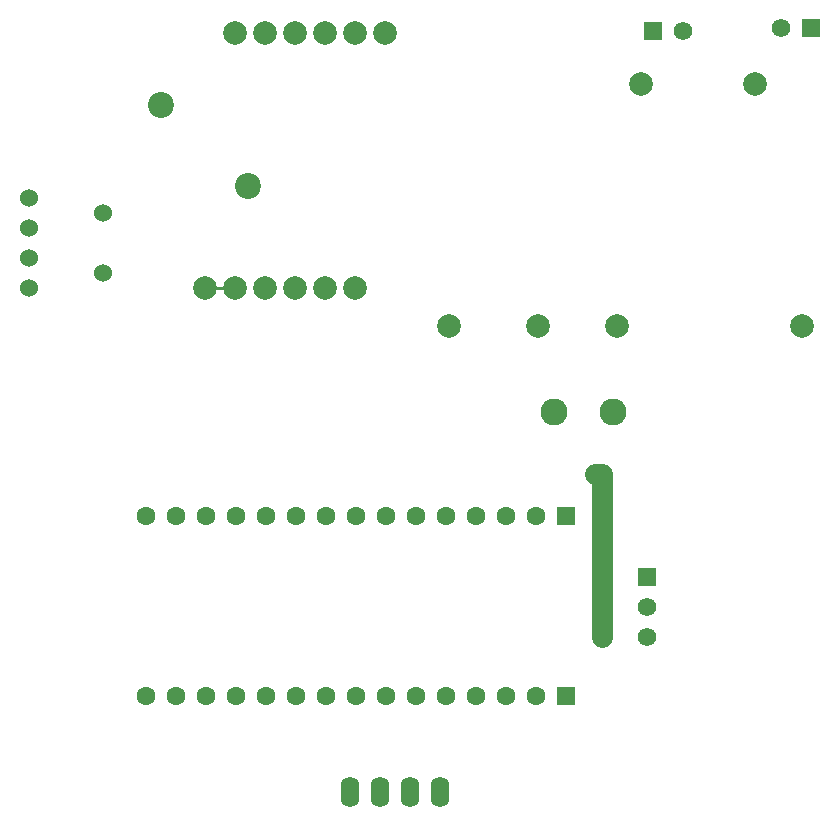
<source format=gtl>
G04 Layer: TopLayer*
G04 EasyEDA v6.5.47, 2024-12-02 16:04:41*
G04 21ecff18f707448a99b4ba636b948567,dcd0ed1caef0489ea57f60499794c5f0,10*
G04 Gerber Generator version 0.2*
G04 Scale: 100 percent, Rotated: No, Reflected: No *
G04 Dimensions in inches *
G04 leading zeros omitted , absolute positions ,3 integer and 6 decimal *
%FSLAX36Y36*%
%MOIN*%

%ADD10C,0.0100*%
%ADD11C,0.0709*%
%ADD12R,0.0620X0.0620*%
%ADD13C,0.0620*%
%ADD14C,0.0600*%
%ADD15C,0.0866*%
%ADD16C,0.0787*%
%ADD17R,0.0630X0.0630*%
%ADD18C,0.0630*%
%ADD19O,0.06299199999999999X0.10236200000000001*%
%ADD20C,0.0900*%
%ADD21C,0.0394*%

%LPD*%
D10*
X965000Y1915000D02*
G01*
X1065000Y1915000D01*
D11*
X2265000Y1295000D02*
G01*
X2288744Y1295000D01*
X2288744Y750000D01*
D12*
G01*
X2985000Y2780000D03*
D13*
G01*
X2885000Y2780000D03*
D12*
G01*
X2460000Y2770000D03*
D13*
G01*
X2560000Y2770000D03*
D14*
G01*
X625000Y1965000D03*
G01*
X625000Y2165000D03*
D15*
G01*
X818729Y2526399D03*
G01*
X1111270Y2253600D03*
D16*
G01*
X1565000Y2765000D03*
G01*
X1465000Y2765000D03*
G01*
X1365000Y2765000D03*
G01*
X1265000Y2765000D03*
G01*
X1165000Y2765000D03*
G01*
X1065000Y2765000D03*
G01*
X1465000Y1915000D03*
G01*
X1365000Y1915000D03*
G01*
X1265000Y1915000D03*
G01*
X1165000Y1915000D03*
G01*
X1065000Y1915000D03*
G01*
X965000Y1915000D03*
D17*
G01*
X2170000Y1155000D03*
D18*
G01*
X2070000Y555000D03*
G01*
X1870000Y555000D03*
G01*
X1670000Y555000D03*
G01*
X1470000Y555000D03*
G01*
X1270000Y555000D03*
G01*
X1070000Y555000D03*
G01*
X870000Y555000D03*
G01*
X770000Y1155000D03*
G01*
X970000Y1155000D03*
G01*
X1170000Y1155000D03*
G01*
X1370000Y1155000D03*
G01*
X1570000Y1155000D03*
G01*
X1770000Y1155000D03*
G01*
X1970000Y1155000D03*
G01*
X2070000Y1155000D03*
G01*
X1870000Y1155000D03*
G01*
X1670000Y1155000D03*
G01*
X1470000Y1155000D03*
G01*
X1270000Y1155000D03*
G01*
X1070000Y1155000D03*
G01*
X870000Y1155000D03*
G01*
X770000Y555000D03*
G01*
X970000Y555000D03*
G01*
X1170000Y555000D03*
G01*
X1370000Y555000D03*
G01*
X1570000Y555000D03*
G01*
X1770000Y555000D03*
G01*
X1970000Y555000D03*
D17*
G01*
X2170000Y555000D03*
D14*
G01*
X379960Y1914609D03*
G01*
X379960Y2014609D03*
G01*
X379960Y2114609D03*
G01*
X379960Y2214609D03*
D19*
G01*
X1450000Y235000D03*
G01*
X1550000Y235000D03*
G01*
X1650000Y235000D03*
G01*
X1750000Y235000D03*
D20*
G01*
X2130000Y1500000D03*
G01*
X2328000Y1500000D03*
D16*
G01*
X2957759Y1789209D03*
G01*
X2339650Y1789209D03*
G01*
X2798310Y2596300D03*
G01*
X2075870Y1789209D03*
G01*
X1780590Y1789209D03*
G01*
X2420349Y2596300D03*
D12*
G01*
X2440000Y950000D03*
D13*
G01*
X2440000Y850000D03*
G01*
X2440000Y750000D03*
D21*
G01*
X2288743Y750000D03*
G01*
X2265000Y1295000D03*
M02*

</source>
